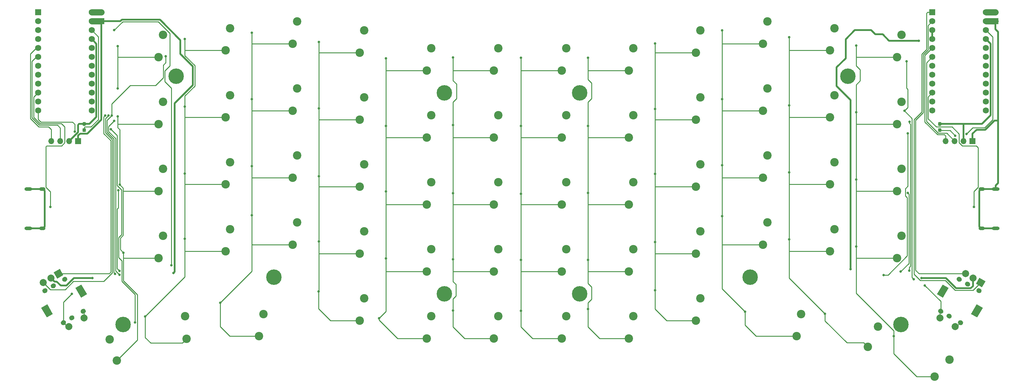
<source format=gbr>
G04 #@! TF.GenerationSoftware,KiCad,Pcbnew,(5.1.6)-1*
G04 #@! TF.CreationDate,2020-09-29T01:23:43+08:00*
G04 #@! TF.ProjectId,Cantaloupe,43616e74-616c-46f7-9570-652e6b696361,rev?*
G04 #@! TF.SameCoordinates,Original*
G04 #@! TF.FileFunction,Copper,L1,Top*
G04 #@! TF.FilePolarity,Positive*
%FSLAX46Y46*%
G04 Gerber Fmt 4.6, Leading zero omitted, Abs format (unit mm)*
G04 Created by KiCad (PCBNEW (5.1.6)-1) date 2020-09-29 01:23:43*
%MOMM*%
%LPD*%
G01*
G04 APERTURE LIST*
G04 #@! TA.AperFunction,ComponentPad*
%ADD10O,1.800000X1.000000*%
G04 #@! TD*
G04 #@! TA.AperFunction,ComponentPad*
%ADD11O,2.200000X1.000000*%
G04 #@! TD*
G04 #@! TA.AperFunction,ComponentPad*
%ADD12R,1.752600X1.752600*%
G04 #@! TD*
G04 #@! TA.AperFunction,ComponentPad*
%ADD13C,1.752600*%
G04 #@! TD*
G04 #@! TA.AperFunction,ComponentPad*
%ADD14C,2.400000*%
G04 #@! TD*
G04 #@! TA.AperFunction,ComponentPad*
%ADD15O,1.700000X1.700000*%
G04 #@! TD*
G04 #@! TA.AperFunction,ComponentPad*
%ADD16R,1.700000X1.700000*%
G04 #@! TD*
G04 #@! TA.AperFunction,ComponentPad*
%ADD17C,0.100000*%
G04 #@! TD*
G04 #@! TA.AperFunction,ComponentPad*
%ADD18C,2.000000*%
G04 #@! TD*
G04 #@! TA.AperFunction,ComponentPad*
%ADD19C,4.400000*%
G04 #@! TD*
G04 #@! TA.AperFunction,ViaPad*
%ADD20C,0.700000*%
G04 #@! TD*
G04 #@! TA.AperFunction,Conductor*
%ADD21C,0.250000*%
G04 #@! TD*
G04 #@! TA.AperFunction,Conductor*
%ADD22C,0.500000*%
G04 #@! TD*
G04 #@! TA.AperFunction,Conductor*
%ADD23C,1.752600*%
G04 #@! TD*
G04 APERTURE END LIST*
D10*
X75152598Y-108058701D03*
X75152598Y-119208701D03*
D11*
X71152598Y-108058701D03*
X71152598Y-119208701D03*
D10*
X342002598Y-119223451D03*
X342002598Y-108073451D03*
D11*
X346002598Y-119223451D03*
X346002598Y-108073451D03*
D12*
X73931395Y-57813703D03*
D13*
X73931395Y-60353703D03*
X73931395Y-62893703D03*
X73931395Y-65433703D03*
X73931395Y-67973703D03*
X73931395Y-70513703D03*
X73931395Y-73053703D03*
X73931395Y-75593703D03*
X73931395Y-78133703D03*
X73931395Y-80673703D03*
X73931395Y-83213703D03*
X89171395Y-85753703D03*
X89171395Y-83213703D03*
X89171395Y-80673703D03*
X89171395Y-78133703D03*
X89171395Y-75593703D03*
X89171395Y-73053703D03*
X89171395Y-70513703D03*
X89171395Y-67973703D03*
X89171395Y-65433703D03*
X89171395Y-62893703D03*
X89171395Y-60353703D03*
X73931395Y-85753703D03*
X89171395Y-57813703D03*
D12*
X327982598Y-57813701D03*
D13*
X327982598Y-60353701D03*
X327982598Y-62893701D03*
X327982598Y-65433701D03*
X327982598Y-67973701D03*
X327982598Y-70513701D03*
X327982598Y-73053701D03*
X327982598Y-75593701D03*
X327982598Y-78133701D03*
X327982598Y-80673701D03*
X327982598Y-83213701D03*
X343222598Y-85753701D03*
X343222598Y-83213701D03*
X343222598Y-80673701D03*
X343222598Y-78133701D03*
X343222598Y-75593701D03*
X343222598Y-73053701D03*
X343222598Y-70513701D03*
X343222598Y-67973701D03*
X343222598Y-65433701D03*
X343222598Y-62893701D03*
X343222598Y-60353701D03*
X327982598Y-85753701D03*
X343222598Y-57813701D03*
D14*
X94259954Y-150800450D03*
X96327422Y-156881410D03*
X115711391Y-144249628D03*
X116134543Y-150658485D03*
X109407395Y-121386203D03*
X108157395Y-127686203D03*
X109407396Y-102336202D03*
X108157396Y-108636202D03*
X109407398Y-83286203D03*
X108157398Y-89586203D03*
X109407389Y-64236200D03*
X108157389Y-70536200D03*
X137982393Y-143611204D03*
X136732393Y-149911204D03*
X128457393Y-119481203D03*
X127207393Y-125781203D03*
X128457396Y-100431205D03*
X127207396Y-106731205D03*
X128457396Y-81381205D03*
X127207396Y-87681205D03*
X128457395Y-62331207D03*
X127207395Y-68631207D03*
X147507398Y-117576204D03*
X146257398Y-123876204D03*
X147507395Y-98526203D03*
X146257395Y-104826203D03*
X147507398Y-79476206D03*
X146257398Y-85776206D03*
X147507393Y-60426202D03*
X146257393Y-66726202D03*
X166557396Y-139166200D03*
X165307396Y-145466200D03*
X166557397Y-120116203D03*
X165307397Y-126416203D03*
X166557393Y-101066203D03*
X165307393Y-107366203D03*
X166557396Y-82016204D03*
X165307396Y-88316204D03*
X166557395Y-62966203D03*
X165307395Y-69266203D03*
X185607396Y-144246201D03*
X184357396Y-150546201D03*
X185607396Y-125196202D03*
X184357396Y-131496202D03*
X185607396Y-106146203D03*
X184357396Y-112446203D03*
X185607393Y-87096204D03*
X184357393Y-93396204D03*
X185607395Y-68046202D03*
X184357395Y-74346202D03*
X204657399Y-144246203D03*
X203407399Y-150546203D03*
X204657396Y-125196202D03*
X203407396Y-131496202D03*
X204657401Y-106146201D03*
X203407401Y-112446201D03*
X204657392Y-87096201D03*
X203407392Y-93396201D03*
X204657394Y-68046207D03*
X203407394Y-74346207D03*
G04 #@! TA.AperFunction,ComponentPad*
G36*
G01*
X76314829Y-137518577D02*
X76141623Y-137618577D01*
G75*
G02*
X75219556Y-137371510I-337500J584567D01*
G01*
X75219556Y-137371510D01*
G75*
G02*
X75466623Y-136449443I584567J337500D01*
G01*
X75639829Y-136349443D01*
G75*
G02*
X76561896Y-136596510I337500J-584567D01*
G01*
X76561896Y-136596510D01*
G75*
G02*
X76314829Y-137518577I-584567J-337500D01*
G01*
G37*
G04 #@! TD.AperFunction*
G04 #@! TA.AperFunction,ComponentPad*
G36*
G01*
X81564829Y-146611843D02*
X81391623Y-146711843D01*
G75*
G02*
X80469556Y-146464776I-337500J584567D01*
G01*
X80469556Y-146464776D01*
G75*
G02*
X80716623Y-145542709I584567J337500D01*
G01*
X80889829Y-145442709D01*
G75*
G02*
X81811896Y-145689776I337500J-584567D01*
G01*
X81811896Y-145689776D01*
G75*
G02*
X81564829Y-146611843I-584567J-337500D01*
G01*
G37*
G04 #@! TD.AperFunction*
G04 #@! TA.AperFunction,ComponentPad*
G36*
G01*
X83946399Y-145236843D02*
X83773193Y-145336843D01*
G75*
G02*
X82851126Y-145089776I-337500J584567D01*
G01*
X82851126Y-145089776D01*
G75*
G02*
X83098193Y-144167709I584567J337500D01*
G01*
X83271399Y-144067709D01*
G75*
G02*
X84193466Y-144314776I337500J-584567D01*
G01*
X84193466Y-144314776D01*
G75*
G02*
X83946399Y-145236843I-584567J-337500D01*
G01*
G37*
G04 #@! TD.AperFunction*
G04 #@! TA.AperFunction,ComponentPad*
G36*
G01*
X78696399Y-136143577D02*
X78523193Y-136243577D01*
G75*
G02*
X77601126Y-135996510I-337500J584567D01*
G01*
X77601126Y-135996510D01*
G75*
G02*
X77848193Y-135074443I584567J337500D01*
G01*
X78021399Y-134974443D01*
G75*
G02*
X78943466Y-135221510I337500J-584567D01*
G01*
X78943466Y-135221510D01*
G75*
G02*
X78696399Y-136143577I-584567J-337500D01*
G01*
G37*
G04 #@! TD.AperFunction*
G04 #@! TA.AperFunction,ComponentPad*
G36*
G01*
X87185334Y-143366843D02*
X87012128Y-143466843D01*
G75*
G02*
X86090061Y-143219776I-337500J584567D01*
G01*
X86090061Y-143219776D01*
G75*
G02*
X86337128Y-142297709I584567J337500D01*
G01*
X86510334Y-142197709D01*
G75*
G02*
X87432401Y-142444776I337500J-584567D01*
G01*
X87432401Y-142444776D01*
G75*
G02*
X87185334Y-143366843I-584567J-337500D01*
G01*
G37*
G04 #@! TD.AperFunction*
G04 #@! TA.AperFunction,ComponentPad*
G36*
G01*
X81935334Y-134273577D02*
X81762128Y-134373577D01*
G75*
G02*
X80840061Y-134126510I-337500J584567D01*
G01*
X80840061Y-134126510D01*
G75*
G02*
X81087128Y-133204443I584567J337500D01*
G01*
X81260334Y-133104443D01*
G75*
G02*
X82182401Y-133351510I337500J-584567D01*
G01*
X82182401Y-133351510D01*
G75*
G02*
X81935334Y-134273577I-584567J-337500D01*
G01*
G37*
G04 #@! TD.AperFunction*
G04 #@! TA.AperFunction,ComponentPad*
G36*
G01*
X335383200Y-134368575D02*
X335209994Y-134268575D01*
G75*
G02*
X334962927Y-133346508I337500J584567D01*
G01*
X334962927Y-133346508D01*
G75*
G02*
X335884994Y-133099441I584567J-337500D01*
G01*
X336058200Y-133199441D01*
G75*
G02*
X336305267Y-134121508I-337500J-584567D01*
G01*
X336305267Y-134121508D01*
G75*
G02*
X335383200Y-134368575I-584567J337500D01*
G01*
G37*
G04 #@! TD.AperFunction*
G04 #@! TA.AperFunction,ComponentPad*
G36*
G01*
X330133200Y-143461841D02*
X329959994Y-143361841D01*
G75*
G02*
X329712927Y-142439774I337500J584567D01*
G01*
X329712927Y-142439774D01*
G75*
G02*
X330634994Y-142192707I584567J-337500D01*
G01*
X330808200Y-142292707D01*
G75*
G02*
X331055267Y-143214774I-337500J-584567D01*
G01*
X331055267Y-143214774D01*
G75*
G02*
X330133200Y-143461841I-584567J337500D01*
G01*
G37*
G04 #@! TD.AperFunction*
G04 #@! TA.AperFunction,ComponentPad*
G36*
G01*
X332514770Y-144836841D02*
X332341564Y-144736841D01*
G75*
G02*
X332094497Y-143814774I337500J584567D01*
G01*
X332094497Y-143814774D01*
G75*
G02*
X333016564Y-143567707I584567J-337500D01*
G01*
X333189770Y-143667707D01*
G75*
G02*
X333436837Y-144589774I-337500J-584567D01*
G01*
X333436837Y-144589774D01*
G75*
G02*
X332514770Y-144836841I-584567J337500D01*
G01*
G37*
G04 #@! TD.AperFunction*
G04 #@! TA.AperFunction,ComponentPad*
G36*
G01*
X337764770Y-135743575D02*
X337591564Y-135643575D01*
G75*
G02*
X337344497Y-134721508I337500J584567D01*
G01*
X337344497Y-134721508D01*
G75*
G02*
X338266564Y-134474441I584567J-337500D01*
G01*
X338439770Y-134574441D01*
G75*
G02*
X338686837Y-135496508I-337500J-584567D01*
G01*
X338686837Y-135496508D01*
G75*
G02*
X337764770Y-135743575I-584567J337500D01*
G01*
G37*
G04 #@! TD.AperFunction*
G04 #@! TA.AperFunction,ComponentPad*
G36*
G01*
X335753705Y-146706841D02*
X335580499Y-146606841D01*
G75*
G02*
X335333432Y-145684774I337500J584567D01*
G01*
X335333432Y-145684774D01*
G75*
G02*
X336255499Y-145437707I584567J-337500D01*
G01*
X336428705Y-145537707D01*
G75*
G02*
X336675772Y-146459774I-337500J-584567D01*
G01*
X336675772Y-146459774D01*
G75*
G02*
X335753705Y-146706841I-584567J337500D01*
G01*
G37*
G04 #@! TD.AperFunction*
G04 #@! TA.AperFunction,ComponentPad*
G36*
G01*
X341003705Y-137613575D02*
X340830499Y-137513575D01*
G75*
G02*
X340583432Y-136591508I337500J584567D01*
G01*
X340583432Y-136591508D01*
G75*
G02*
X341505499Y-136344441I584567J-337500D01*
G01*
X341678705Y-136444441D01*
G75*
G02*
X341925772Y-137366508I-337500J-584567D01*
G01*
X341925772Y-137366508D01*
G75*
G02*
X341003705Y-137613575I-584567J337500D01*
G01*
G37*
G04 #@! TD.AperFunction*
X332853326Y-156550450D03*
X328620794Y-161381410D03*
X312550749Y-147226051D03*
X309712782Y-152987860D03*
X319246595Y-121386203D03*
X317996595Y-127686203D03*
X319246592Y-102336204D03*
X317996592Y-108636204D03*
X319246593Y-83286204D03*
X317996593Y-89586204D03*
X319246597Y-64236202D03*
X317996597Y-70536202D03*
X290671595Y-143611203D03*
X289421595Y-149911203D03*
X300196597Y-119481208D03*
X298946597Y-125781208D03*
X300196596Y-100431202D03*
X298946596Y-106731202D03*
X300196597Y-81381205D03*
X298946597Y-87681205D03*
X300196596Y-62331205D03*
X298946596Y-68631205D03*
X281146595Y-117576201D03*
X279896595Y-123876201D03*
X281146595Y-98526205D03*
X279896595Y-104826205D03*
X281146595Y-79476204D03*
X279896595Y-85776204D03*
X281146597Y-60426202D03*
X279896597Y-66726202D03*
X262096594Y-139166203D03*
X260846594Y-145466203D03*
X262096594Y-120116200D03*
X260846594Y-126416200D03*
X262096591Y-101066206D03*
X260846591Y-107366206D03*
X262096594Y-82016201D03*
X260846594Y-88316201D03*
X262096595Y-62966206D03*
X260846595Y-69266206D03*
X243046594Y-144246201D03*
X241796594Y-150546201D03*
X243046595Y-125196201D03*
X241796595Y-131496201D03*
X243046593Y-106146202D03*
X241796593Y-112446202D03*
X243046595Y-87096205D03*
X241796595Y-93396205D03*
X243046592Y-68046200D03*
X241796592Y-74346200D03*
X223996593Y-144246205D03*
X222746593Y-150546205D03*
X223996594Y-125196203D03*
X222746594Y-131496203D03*
X223996591Y-106146201D03*
X222746591Y-112446201D03*
X223996600Y-87096200D03*
X222746600Y-93396200D03*
X223996597Y-68046205D03*
X222746597Y-74346205D03*
D15*
X77722395Y-94400000D03*
X80262395Y-94400000D03*
X82802395Y-94400000D03*
D16*
X85342395Y-94400000D03*
D15*
X91882395Y-57811203D03*
D16*
X91882395Y-60351203D03*
D15*
X331786395Y-94400000D03*
X334326395Y-94400000D03*
X336866395Y-94400000D03*
D16*
X339406395Y-94400000D03*
D15*
X345952598Y-57811203D03*
D16*
X345952598Y-60351203D03*
G04 #@! TA.AperFunction,ComponentPad*
D17*
G36*
X330907913Y-135220000D02*
G01*
X332639963Y-136220000D01*
X331039963Y-138991282D01*
X329307913Y-137991282D01*
X330907913Y-135220000D01*
G37*
G04 #@! TD.AperFunction*
G04 #@! TA.AperFunction,ComponentPad*
G36*
X340607397Y-140820000D02*
G01*
X342339447Y-141820000D01*
X340739447Y-144591282D01*
X339007397Y-143591282D01*
X340607397Y-140820000D01*
G37*
G04 #@! TD.AperFunction*
D18*
X330158616Y-144717819D03*
X337408616Y-132160450D03*
X339573680Y-133410450D03*
G04 #@! TA.AperFunction,ComponentPad*
D17*
G36*
X341372719Y-133294425D02*
G01*
X343104769Y-134294425D01*
X342104769Y-136026475D01*
X340372719Y-135026475D01*
X341372719Y-133294425D01*
G37*
G04 #@! TD.AperFunction*
D18*
X334488744Y-147217819D03*
G04 #@! TA.AperFunction,ComponentPad*
D17*
G36*
X74814542Y-141820002D02*
G01*
X76546592Y-140820002D01*
X78146592Y-143591284D01*
X76414542Y-144591284D01*
X74814542Y-141820002D01*
G37*
G04 #@! TD.AperFunction*
G04 #@! TA.AperFunction,ComponentPad*
G36*
X84514026Y-136220002D02*
G01*
X86246076Y-135220002D01*
X87846076Y-137991284D01*
X86114026Y-138991284D01*
X84514026Y-136220002D01*
G37*
G04 #@! TD.AperFunction*
D18*
X82665245Y-147217821D03*
X75415245Y-134660452D03*
X77580309Y-133410452D03*
G04 #@! TA.AperFunction,ComponentPad*
D17*
G36*
X78379348Y-131794427D02*
G01*
X80111398Y-130794427D01*
X81111398Y-132526477D01*
X79379348Y-133526477D01*
X78379348Y-131794427D01*
G37*
G04 #@! TD.AperFunction*
D18*
X86995373Y-144717821D03*
G04 #@! TA.AperFunction,SMDPad,CuDef*
G36*
G01*
X86813895Y-90783703D02*
X87288895Y-90783703D01*
G75*
G02*
X87526395Y-91021203I0J-237500D01*
G01*
X87526395Y-91596203D01*
G75*
G02*
X87288895Y-91833703I-237500J0D01*
G01*
X86813895Y-91833703D01*
G75*
G02*
X86576395Y-91596203I0J237500D01*
G01*
X86576395Y-91021203D01*
G75*
G02*
X86813895Y-90783703I237500J0D01*
G01*
G37*
G04 #@! TD.AperFunction*
G04 #@! TA.AperFunction,SMDPad,CuDef*
G36*
G01*
X86813895Y-89033703D02*
X87288895Y-89033703D01*
G75*
G02*
X87526395Y-89271203I0J-237500D01*
G01*
X87526395Y-89846203D01*
G75*
G02*
X87288895Y-90083703I-237500J0D01*
G01*
X86813895Y-90083703D01*
G75*
G02*
X86576395Y-89846203I0J237500D01*
G01*
X86576395Y-89271203D01*
G75*
G02*
X86813895Y-89033703I237500J0D01*
G01*
G37*
G04 #@! TD.AperFunction*
D19*
X113182400Y-75958700D03*
X189382400Y-137871200D03*
X319052858Y-146602450D03*
X189382400Y-80721200D03*
X303971600Y-75958700D03*
X227797008Y-137871200D03*
X276190358Y-133108700D03*
X227771600Y-80721200D03*
X140963650Y-133108700D03*
G04 #@! TA.AperFunction,SMDPad,CuDef*
G36*
G01*
X329865098Y-90783701D02*
X330340098Y-90783701D01*
G75*
G02*
X330577598Y-91021201I0J-237500D01*
G01*
X330577598Y-91596201D01*
G75*
G02*
X330340098Y-91833701I-237500J0D01*
G01*
X329865098Y-91833701D01*
G75*
G02*
X329627598Y-91596201I0J237500D01*
G01*
X329627598Y-91021201D01*
G75*
G02*
X329865098Y-90783701I237500J0D01*
G01*
G37*
G04 #@! TD.AperFunction*
G04 #@! TA.AperFunction,SMDPad,CuDef*
G36*
G01*
X329865098Y-89033701D02*
X330340098Y-89033701D01*
G75*
G02*
X330577598Y-89271201I0J-237500D01*
G01*
X330577598Y-89846201D01*
G75*
G02*
X330340098Y-90083701I-237500J0D01*
G01*
X329865098Y-90083701D01*
G75*
G02*
X329627598Y-89846201I0J237500D01*
G01*
X329627598Y-89271201D01*
G75*
G02*
X329865098Y-89033701I237500J0D01*
G01*
G37*
G04 #@! TD.AperFunction*
X98101150Y-146602450D03*
D20*
X320056581Y-85821205D03*
X322726395Y-133698249D03*
X320640347Y-71709701D03*
X321544568Y-88923451D03*
X321426395Y-131311203D03*
X320996395Y-109150000D03*
X319021595Y-131552327D03*
X321003403Y-92216701D03*
X314176395Y-132511203D03*
X306384594Y-67297305D03*
X306384594Y-86220305D03*
X306384594Y-105397305D03*
X306384594Y-124447305D03*
X317052595Y-149936205D03*
X268284594Y-62979305D03*
X268284594Y-115811305D03*
X268284594Y-101333305D03*
X268284594Y-82537305D03*
X274761595Y-142951205D03*
X287334594Y-103365305D03*
X287334594Y-122415305D03*
X287334594Y-64884305D03*
X287334594Y-84315305D03*
X297494595Y-143586205D03*
X211134594Y-142735305D03*
X211134594Y-90157305D03*
X211134594Y-70726305D03*
X211134594Y-128257305D03*
X211134594Y-109461305D03*
X230184594Y-142227305D03*
X230184594Y-90157305D03*
X230184594Y-70726305D03*
X230184594Y-109207305D03*
X230184594Y-128257305D03*
X249234594Y-103746305D03*
X249234594Y-123177305D03*
X249234594Y-85331305D03*
X249234594Y-66662305D03*
X249234594Y-136893305D03*
X325851597Y-135498451D03*
X110210597Y-70307205D03*
X95824592Y-132169006D03*
X94882395Y-87161203D03*
X97071385Y-132461203D03*
X95582395Y-88711203D03*
X96748592Y-108407200D03*
X97071385Y-131348451D03*
X94646369Y-91097229D03*
X101507597Y-145998451D03*
X339826597Y-113148451D03*
X77426597Y-113148451D03*
X334512400Y-92918447D03*
X337726228Y-92372275D03*
X111782597Y-129748451D03*
X95562345Y-62893703D03*
X191858895Y-89865203D03*
X191858895Y-128028703D03*
X191858895Y-109232703D03*
X191858895Y-142633703D03*
X191858895Y-70624703D03*
X172808895Y-90119203D03*
X172808895Y-108724703D03*
X170840394Y-144856207D03*
X172808895Y-70878703D03*
X172808895Y-127774703D03*
X153758895Y-85166203D03*
X153631895Y-137236203D03*
X153758895Y-104406703D03*
X153758895Y-122948703D03*
X153758895Y-66243203D03*
X134708895Y-63639703D03*
X134708895Y-82499203D03*
X134708895Y-101549203D03*
X134708895Y-115519203D03*
X125704595Y-140411205D03*
X115658895Y-65417703D03*
X115658895Y-122186703D03*
X115658895Y-84594703D03*
X115658895Y-103708203D03*
X104368595Y-144348205D03*
X98196395Y-126187203D03*
X96572389Y-67435403D03*
X96572398Y-87403006D03*
X97138897Y-106843907D03*
X96572398Y-79438252D03*
X83507597Y-137848451D03*
X84378262Y-91692761D03*
X93935377Y-87153626D03*
X93011269Y-87123139D03*
X324876597Y-133373451D03*
X304724000Y-130817013D03*
X324144015Y-65886203D03*
X89407597Y-133373451D03*
X112430000Y-131923013D03*
D21*
X320981581Y-79719889D02*
X320981581Y-84896205D01*
X320981581Y-84896205D02*
X320056581Y-85821205D01*
X320640347Y-79378655D02*
X320981581Y-79719889D01*
X320640347Y-71709701D02*
X320640347Y-79378655D01*
X322726395Y-133698249D02*
X322219568Y-133191422D01*
X322219568Y-87984192D02*
X320056581Y-85821205D01*
X322219568Y-133191422D02*
X322219568Y-87984192D01*
X321769558Y-90191412D02*
X321769558Y-130018040D01*
X321426395Y-131311203D02*
X321426395Y-130361203D01*
X321426395Y-130361203D02*
X321769558Y-130018040D01*
X321769558Y-90191412D02*
X321769558Y-89641412D01*
X321544568Y-89416422D02*
X321544568Y-88923451D01*
X321769558Y-89641412D02*
X321544568Y-89416422D01*
X321319548Y-129254374D02*
X319021595Y-131552327D01*
X320996395Y-109150000D02*
X321319548Y-109473153D01*
X321319548Y-109473153D02*
X321319548Y-129254374D01*
X321003403Y-107267395D02*
X321003403Y-92216701D01*
X320321394Y-107949405D02*
X321003403Y-107267395D01*
X314176395Y-132511203D02*
X315428597Y-132511203D01*
X320869538Y-127070262D02*
X320869538Y-110529557D01*
X315428597Y-132511203D02*
X320869538Y-127070262D01*
X320869538Y-110529557D02*
X320321394Y-109981413D01*
X320321394Y-109981413D02*
X320321394Y-107949405D01*
X306384594Y-72999594D02*
X307502200Y-74117200D01*
X307502200Y-74117200D02*
X307502200Y-77292188D01*
X307502200Y-77292188D02*
X306384594Y-78409794D01*
X306384594Y-78409794D02*
X306384594Y-86220305D01*
X306384594Y-105397305D02*
X306384594Y-89551705D01*
X306409592Y-108636204D02*
X306384594Y-108661202D01*
X317996592Y-108636204D02*
X306409592Y-108636204D01*
X306384594Y-124447305D02*
X306384594Y-108661202D01*
X306384594Y-108661202D02*
X306384594Y-105397305D01*
X317996597Y-70536202D02*
X318220600Y-70536202D01*
X306486594Y-70536202D02*
X306384594Y-70434202D01*
X317996597Y-70536202D02*
X306486594Y-70536202D01*
X306384594Y-67297305D02*
X306384594Y-70434202D01*
X306384594Y-70434202D02*
X306384594Y-72999594D01*
X317052595Y-148339189D02*
X306384594Y-137671188D01*
X317052595Y-149936205D02*
X317052595Y-148339189D01*
X306419093Y-89586204D02*
X306384594Y-89551705D01*
X317996593Y-89586204D02*
X306419093Y-89586204D01*
X306384594Y-89551705D02*
X306384594Y-86220305D01*
X306389996Y-127686203D02*
X306384594Y-127680801D01*
X317996595Y-127686203D02*
X306389996Y-127686203D01*
X306384594Y-124447305D02*
X306384594Y-127680801D01*
X306384594Y-127680801D02*
X306384594Y-137671188D01*
X317052595Y-154895461D02*
X317052595Y-149936205D01*
X323538544Y-161381410D02*
X317052595Y-154895461D01*
X328620794Y-161381410D02*
X323538544Y-161381410D01*
X268284594Y-82537305D02*
X268284594Y-66624208D01*
X268284594Y-101333305D02*
X268284594Y-85815697D01*
X268284594Y-115811305D02*
X268284594Y-104851202D01*
X268309591Y-104826205D02*
X268284594Y-104851202D01*
X279896595Y-104826205D02*
X268309591Y-104826205D01*
X268284594Y-104851202D02*
X268284594Y-101333305D01*
X268386588Y-66726202D02*
X268284594Y-66624208D01*
X279896597Y-66726202D02*
X268386588Y-66726202D01*
X268284594Y-66624208D02*
X268284594Y-62979305D01*
X268309595Y-123876201D02*
X268284594Y-123901202D01*
X268284594Y-115811305D02*
X268284594Y-123901202D01*
X279896595Y-123876201D02*
X268309595Y-123876201D01*
X268324087Y-85776204D02*
X268284594Y-85815697D01*
X279896595Y-85776204D02*
X268324087Y-85776204D01*
X268284594Y-85815697D02*
X268284594Y-82537305D01*
X268284594Y-123901202D02*
X268284594Y-136474204D01*
X268284594Y-136474204D02*
X274761595Y-142951205D01*
X289421595Y-149911203D02*
X277889349Y-149911203D01*
X274761595Y-146783449D02*
X274761595Y-142951205D01*
X277889349Y-149911203D02*
X274761595Y-146783449D01*
X287334594Y-133426204D02*
X297494595Y-143586205D01*
X287334594Y-68529208D02*
X287334594Y-64884305D01*
X287334594Y-103365305D02*
X287334594Y-87615697D01*
X287334594Y-122415305D02*
X287334594Y-106756208D01*
X287359600Y-106731202D02*
X287334594Y-106756208D01*
X298946596Y-106731202D02*
X287359600Y-106731202D01*
X287334594Y-106756208D02*
X287334594Y-103365305D01*
X287436591Y-68631205D02*
X287334594Y-68529208D01*
X298946596Y-68631205D02*
X287436591Y-68631205D01*
X287334594Y-64884305D02*
X287334594Y-84315305D01*
X298946597Y-125781208D02*
X287436600Y-125781208D01*
X287334594Y-122415305D02*
X287334594Y-125679202D01*
X287436600Y-125781208D02*
X287334594Y-125679202D01*
X287334594Y-125679202D02*
X287334594Y-133426204D01*
X297494595Y-145572811D02*
X297494595Y-143586205D01*
X308512783Y-151787861D02*
X303709645Y-151787861D01*
X303709645Y-151787861D02*
X297494595Y-145572811D01*
X309712782Y-152987860D02*
X308512783Y-151787861D01*
X298946597Y-87681205D02*
X287400102Y-87681205D01*
X287400102Y-87681205D02*
X287334594Y-87615697D01*
X287334594Y-87615697D02*
X287334594Y-84315305D01*
X331786395Y-92990000D02*
X331786395Y-94400000D01*
X331405116Y-92608721D02*
X331786395Y-92990000D01*
X327982598Y-67973701D02*
X325881277Y-70075022D01*
X325881278Y-89044301D02*
X329445698Y-92608721D01*
X325881277Y-70075022D02*
X325881278Y-89044301D01*
X329445698Y-92608721D02*
X331405116Y-92608721D01*
X329632098Y-92158711D02*
X330573098Y-92158711D01*
X332085106Y-92158711D02*
X334326395Y-94400000D01*
X329632098Y-92158711D02*
X332085106Y-92158711D01*
X326331287Y-72165012D02*
X327982598Y-70513701D01*
X326331287Y-88857900D02*
X329632098Y-92158711D01*
X326331287Y-87184892D02*
X326331287Y-88857900D01*
X326331287Y-87184892D02*
X326331287Y-72165012D01*
X211159595Y-112446201D02*
X211134594Y-112471202D01*
X222746591Y-112446201D02*
X211159595Y-112446201D01*
X211134594Y-128257305D02*
X211134594Y-112471202D01*
X211134594Y-112471202D02*
X211134594Y-109461305D01*
X211286593Y-131496203D02*
X211134594Y-131648202D01*
X222746594Y-131496203D02*
X211286593Y-131496203D01*
X211134594Y-142735305D02*
X211134594Y-131648202D01*
X211134594Y-131648202D02*
X211134594Y-128257305D01*
X211134594Y-147251208D02*
X211134594Y-142735305D01*
X214429591Y-150546205D02*
X211134594Y-147251208D01*
X222746593Y-150546205D02*
X214429591Y-150546205D01*
X211159596Y-93396200D02*
X211134594Y-93421202D01*
X211134594Y-109461305D02*
X211134594Y-93421202D01*
X222746600Y-93396200D02*
X211159596Y-93396200D01*
X211134594Y-93421202D02*
X211134594Y-90157305D01*
X222746597Y-74346205D02*
X211286591Y-74346205D01*
X211134594Y-90157305D02*
X211134594Y-74498202D01*
X211286591Y-74346205D02*
X211134594Y-74498202D01*
X211134594Y-74498202D02*
X211134594Y-70726305D01*
X231200594Y-77927207D02*
X231200594Y-82372207D01*
X230184594Y-83388207D02*
X230184594Y-90157305D01*
X231198054Y-139385047D02*
X230184594Y-140398507D01*
X231200594Y-82372207D02*
X230184594Y-83388207D01*
X230184594Y-140398507D02*
X230184594Y-142227305D01*
X230184594Y-134942587D02*
X231198054Y-135956047D01*
X230184594Y-76911207D02*
X231200594Y-77927207D01*
X231198054Y-135956047D02*
X231198054Y-139385047D01*
X230184594Y-74371208D02*
X230184594Y-76911207D01*
X230184594Y-109207305D02*
X230184594Y-93401705D01*
X230184594Y-112471208D02*
X230184594Y-128257305D01*
X230209600Y-112446202D02*
X230184594Y-112471208D01*
X241796593Y-112446202D02*
X230209600Y-112446202D01*
X230184594Y-109207305D02*
X230184594Y-112471208D01*
X241796592Y-74346200D02*
X230209602Y-74346200D01*
X230184594Y-70726305D02*
X230184594Y-74371208D01*
X230209602Y-74346200D02*
X230184594Y-74371208D01*
X241796595Y-131496201D02*
X230209601Y-131496201D01*
X230209601Y-131496201D02*
X230184594Y-131521208D01*
X230184594Y-128257305D02*
X230184594Y-131521208D01*
X230184594Y-131521208D02*
X230184594Y-134942587D01*
X230184594Y-147251203D02*
X230184594Y-142227305D01*
X233479592Y-150546201D02*
X230184594Y-147251203D01*
X241796594Y-150546201D02*
X233479592Y-150546201D01*
X230190094Y-93396205D02*
X230184594Y-93401705D01*
X241796595Y-93396205D02*
X230190094Y-93396205D01*
X230184594Y-93401705D02*
X230184594Y-90157305D01*
X249234594Y-85331305D02*
X249234594Y-69291208D01*
X249234594Y-103746305D02*
X249234594Y-88315697D01*
X249234594Y-123177305D02*
X249234594Y-107264208D01*
X249336592Y-107366206D02*
X249234594Y-107264208D01*
X260846591Y-107366206D02*
X249336592Y-107366206D01*
X249234594Y-107264208D02*
X249234594Y-103746305D01*
X249259596Y-69266206D02*
X249234594Y-69291208D01*
X260846595Y-69266206D02*
X249259596Y-69266206D01*
X249234594Y-69291208D02*
X249234594Y-66662305D01*
X249259602Y-126416200D02*
X249234594Y-126441208D01*
X260846594Y-126416200D02*
X249259602Y-126416200D01*
X249234594Y-136893305D02*
X249234594Y-126441208D01*
X249234594Y-126441208D02*
X249234594Y-123177305D01*
X249234594Y-142171205D02*
X249234594Y-136893305D01*
X252529592Y-145466203D02*
X249234594Y-142171205D01*
X260846594Y-145466203D02*
X252529592Y-145466203D01*
X249235098Y-88316201D02*
X249234594Y-88315697D01*
X260846594Y-88316201D02*
X249235098Y-88316201D01*
X249234594Y-88315697D02*
X249234594Y-85331305D01*
X330158616Y-143052755D02*
X330384097Y-142827274D01*
X330158616Y-144717819D02*
X330158616Y-143052755D01*
X330384097Y-142827274D02*
X330384097Y-140030951D01*
X330384097Y-140030951D02*
X325851597Y-135498451D01*
X323246587Y-131210145D02*
X324196892Y-132160450D01*
X323246587Y-88502634D02*
X323246587Y-131210145D01*
X327982598Y-60353701D02*
X326781297Y-61555002D01*
X325431269Y-69888620D02*
X325431269Y-86317952D01*
X324196892Y-132160450D02*
X337408616Y-132160450D01*
X326781297Y-61555002D02*
X326781297Y-68538592D01*
X326781297Y-68538592D02*
X325431269Y-69888620D01*
X325431269Y-86317952D02*
X323246587Y-88502634D01*
X326647146Y-57813701D02*
X327982598Y-57813701D01*
X334502829Y-136859028D02*
X331692253Y-134048452D01*
X331692253Y-134048452D02*
X324552596Y-134048452D01*
X339540166Y-136859028D02*
X334502829Y-136859028D01*
X324552596Y-134048452D02*
X322796577Y-132292433D01*
X341738744Y-134660450D02*
X339540166Y-136859028D01*
X322796577Y-132292433D02*
X322796578Y-88316233D01*
X322796578Y-88316233D02*
X324981259Y-86131552D01*
X324981260Y-69702219D02*
X326331287Y-68352192D01*
X324981259Y-86131552D02*
X324981260Y-69702219D01*
X326331287Y-68352192D02*
X326331287Y-58129560D01*
X326331287Y-58129560D02*
X326647146Y-57813701D01*
X110210597Y-70307205D02*
X110210597Y-72083001D01*
X95496581Y-131840995D02*
X95824592Y-132169006D01*
X95496579Y-97325387D02*
X95496581Y-97325389D01*
X95496579Y-93888979D02*
X95496579Y-97325387D01*
X95496581Y-97325389D02*
X95496581Y-131840995D01*
X93521358Y-91913758D02*
X95496579Y-93888979D01*
X93521358Y-88522240D02*
X94882395Y-87161203D01*
X93521358Y-91913758D02*
X93521358Y-88522240D01*
X94882395Y-87161203D02*
X94882395Y-83848653D01*
X94882395Y-83848653D02*
X100107597Y-78623451D01*
X109482587Y-72811011D02*
X110210597Y-72083001D01*
X109482587Y-76448461D02*
X109482587Y-72811011D01*
X107307597Y-78623451D02*
X109482587Y-76448461D01*
X100107597Y-78623451D02*
X107307597Y-78623451D01*
X97071385Y-132461203D02*
X95952365Y-131342183D01*
X95952365Y-115181173D02*
X95952365Y-131342183D01*
X95946591Y-115175399D02*
X95952365Y-115181173D01*
X95946589Y-97138987D02*
X95946588Y-93702578D01*
X95946591Y-97138989D02*
X95946589Y-97138987D01*
X95946591Y-115175399D02*
X95946591Y-97138989D01*
X93971368Y-90322230D02*
X95582395Y-88711203D01*
X93971368Y-91727358D02*
X93971368Y-90322230D01*
X95946588Y-93702578D02*
X93971368Y-91727358D01*
X97071385Y-131348451D02*
X96402375Y-130679441D01*
X96748592Y-113397012D02*
X96748592Y-108407200D01*
X96402375Y-113743229D02*
X96748592Y-113397012D01*
X96402375Y-130679441D02*
X96402375Y-113743229D01*
X96396601Y-92847461D02*
X94646369Y-91097229D01*
X97682885Y-108342491D02*
X96396601Y-107056207D01*
X96396601Y-107056207D02*
X96396601Y-92847461D01*
X97682885Y-121047803D02*
X97682885Y-108342491D01*
X96852385Y-121878303D02*
X97682885Y-121047803D01*
X97746385Y-128475193D02*
X96852384Y-127581192D01*
X101507597Y-145998451D02*
X101507597Y-138082265D01*
X101507597Y-138082265D02*
X97746385Y-134321053D01*
X97746385Y-134321053D02*
X97746385Y-128475193D01*
X96852384Y-127581192D02*
X96852385Y-121878303D01*
X81511231Y-133739010D02*
X81957782Y-133739010D01*
X340527400Y-95798447D02*
X336525840Y-95798447D01*
X341001586Y-107565963D02*
X341001586Y-96272633D01*
X339826597Y-108740952D02*
X341001586Y-107565963D01*
X339826597Y-113148451D02*
X339826597Y-108740952D01*
X326781297Y-81875002D02*
X327982598Y-80673701D01*
X341001586Y-96272633D02*
X340527400Y-95798447D01*
X336525840Y-95798447D02*
X335601597Y-94874204D01*
X335601597Y-94874204D02*
X335601597Y-92405202D01*
X335601597Y-92405202D02*
X333605106Y-90408711D01*
X326781297Y-88057910D02*
X326781297Y-81875002D01*
X329132098Y-90408711D02*
X326781297Y-88057910D01*
X333605106Y-90408711D02*
X329132098Y-90408711D01*
X74499303Y-89447218D02*
X80591171Y-89447218D01*
X73931395Y-80673703D02*
X72730094Y-81875004D01*
X72730094Y-81875004D02*
X72730094Y-87678008D01*
X76152410Y-107565958D02*
X77426597Y-108840145D01*
X80591171Y-89447218D02*
X81532597Y-90388644D01*
X72730094Y-87678008D02*
X74499303Y-89447218D01*
X81532597Y-94868800D02*
X80627950Y-95773447D01*
X80627950Y-95773447D02*
X76377400Y-95773447D01*
X81532597Y-90388644D02*
X81532597Y-94868800D01*
X77426597Y-108840145D02*
X77426597Y-113148451D01*
X76377400Y-95773447D02*
X76152410Y-95998437D01*
X76152410Y-95998437D02*
X76152410Y-107565958D01*
X343222598Y-62893701D02*
X345123909Y-64795012D01*
X345123909Y-88339325D02*
X342829523Y-90633711D01*
X345123909Y-87369956D02*
X345123909Y-88339325D01*
X345123909Y-64795012D02*
X345123909Y-87369956D01*
X342829523Y-90633711D02*
X339464792Y-90633711D01*
X339464792Y-90633711D02*
X337726228Y-92372275D01*
X333002654Y-91408701D02*
X330102598Y-91408701D01*
X334512400Y-92918447D02*
X333002654Y-91408701D01*
X77722395Y-91148442D02*
X77722395Y-94400000D01*
X71757385Y-87978119D02*
X74126505Y-90347238D01*
X74126505Y-90347238D02*
X76921191Y-90347238D01*
X71757384Y-69647714D02*
X71757385Y-87978119D01*
X76921191Y-90347238D02*
X77722395Y-91148442D01*
X73431395Y-67973703D02*
X71757384Y-69647714D01*
X80262395Y-94400000D02*
X80262395Y-90717223D01*
X74312905Y-89897228D02*
X72207394Y-87791718D01*
X80262395Y-90717223D02*
X79442400Y-89897228D01*
X72207394Y-71737704D02*
X73431395Y-70513703D01*
X72207394Y-87791718D02*
X72207394Y-71737704D01*
X79442400Y-89897228D02*
X74312905Y-89897228D01*
X111782597Y-129748451D02*
X111782597Y-79398451D01*
X111782597Y-79398451D02*
X109932597Y-77548451D01*
X109932597Y-74423451D02*
X111357597Y-72998451D01*
X109932597Y-77548451D02*
X109932597Y-74423451D01*
X91072706Y-64795014D02*
X89171395Y-62893703D01*
X87051395Y-91308703D02*
X87051395Y-90553713D01*
X88990304Y-90408713D02*
X91072706Y-88326311D01*
X87051395Y-90553713D02*
X87196395Y-90408713D01*
X87196395Y-90408713D02*
X88990304Y-90408713D01*
X91072706Y-88326311D02*
X91072706Y-64795014D01*
X108049998Y-60481199D02*
X111357597Y-63788798D01*
X97974849Y-60481199D02*
X108049998Y-60481199D01*
X95562345Y-62893703D02*
X97974849Y-60481199D01*
X111357597Y-72998451D02*
X111357597Y-63788798D01*
X192811394Y-78181205D02*
X191858895Y-77228706D01*
X191858895Y-139331706D02*
X192684394Y-138506207D01*
X191858895Y-142633703D02*
X191858895Y-139331706D01*
X192684394Y-138506207D02*
X192684394Y-135204205D01*
X191858895Y-89865203D02*
X191858895Y-83324706D01*
X192811394Y-82372207D02*
X192811394Y-78181205D01*
X191858895Y-83324706D02*
X192811394Y-82372207D01*
X192684394Y-135204205D02*
X191858895Y-134378706D01*
X191858895Y-147314701D02*
X191858895Y-142633703D01*
X195090397Y-150546203D02*
X191858895Y-147314701D01*
X203407399Y-150546203D02*
X195090397Y-150546203D01*
X191896595Y-74346207D02*
X191858895Y-74383907D01*
X203407394Y-74346207D02*
X191896595Y-74346207D01*
X191858895Y-77228706D02*
X191858895Y-74383907D01*
X191858895Y-74383907D02*
X191858895Y-70624703D01*
X191896601Y-93396201D02*
X191858895Y-93433907D01*
X203407392Y-93396201D02*
X191896601Y-93396201D01*
X191858895Y-89865203D02*
X191858895Y-93433907D01*
X191858895Y-93433907D02*
X191858895Y-109232703D01*
X203407401Y-112446201D02*
X191948189Y-112446201D01*
X191948189Y-112446201D02*
X191858895Y-112356907D01*
X191858895Y-109232703D02*
X191858895Y-112356907D01*
X191858895Y-112356907D02*
X191858895Y-128028703D01*
X191896600Y-131496202D02*
X191858895Y-131533907D01*
X203407396Y-131496202D02*
X191896600Y-131496202D01*
X191858895Y-134378706D02*
X191858895Y-131533907D01*
X191858895Y-131533907D02*
X191858895Y-128028703D01*
X170840394Y-144856207D02*
X172808895Y-142887706D01*
X170840394Y-145346201D02*
X170840394Y-144856207D01*
X176040394Y-150546201D02*
X170840394Y-145346201D01*
X184357396Y-150546201D02*
X176040394Y-150546201D01*
X172898190Y-74346202D02*
X172808895Y-74256907D01*
X184357395Y-74346202D02*
X172898190Y-74346202D01*
X172808895Y-70878703D02*
X172808895Y-74256907D01*
X172808895Y-74256907D02*
X172808895Y-90119203D01*
X172948194Y-93396204D02*
X172808895Y-93535503D01*
X184357393Y-93396204D02*
X172948194Y-93396204D01*
X172808895Y-90119203D02*
X172808895Y-93535503D01*
X172808895Y-93535503D02*
X172808895Y-108724703D01*
X172898191Y-112446203D02*
X172808895Y-112356907D01*
X184357396Y-112446203D02*
X172898191Y-112446203D01*
X172808895Y-108724703D02*
X172808895Y-112356907D01*
X172808895Y-112356907D02*
X172808895Y-127774703D01*
X172821196Y-131496202D02*
X172808895Y-131508503D01*
X184357396Y-131496202D02*
X172821196Y-131496202D01*
X172808895Y-142887706D02*
X172808895Y-131508503D01*
X172808895Y-131508503D02*
X172808895Y-127774703D01*
X153758895Y-137109203D02*
X153631895Y-137236203D01*
X165307395Y-69266203D02*
X153771195Y-69266203D01*
X153771195Y-69266203D02*
X153758895Y-69278503D01*
X153758895Y-66243203D02*
X153758895Y-69278503D01*
X153758895Y-69278503D02*
X153758895Y-85166203D01*
X165307396Y-88316204D02*
X153848192Y-88316204D01*
X153848192Y-88316204D02*
X153758895Y-88226907D01*
X153758895Y-85166203D02*
X153758895Y-88226907D01*
X153758895Y-88226907D02*
X153758895Y-104406703D01*
X153771195Y-107366203D02*
X153758895Y-107378503D01*
X165307393Y-107366203D02*
X153771195Y-107366203D01*
X153758895Y-104406703D02*
X153758895Y-107378503D01*
X153758895Y-107378503D02*
X153758895Y-122948703D01*
X165307397Y-126416203D02*
X153848191Y-126416203D01*
X153848191Y-126416203D02*
X153758895Y-126326907D01*
X153758895Y-122948703D02*
X153758895Y-126326907D01*
X153758895Y-126326907D02*
X153758895Y-137109203D01*
X153631895Y-142107701D02*
X153631895Y-137236203D01*
X156990394Y-145466200D02*
X153631895Y-142107701D01*
X165307396Y-145466200D02*
X156990394Y-145466200D01*
X125704595Y-140411205D02*
X134708895Y-131406905D01*
X134848196Y-66726202D02*
X134708895Y-66865503D01*
X134708895Y-63639703D02*
X134708895Y-66865503D01*
X146257393Y-66726202D02*
X134848196Y-66726202D01*
X146257398Y-85776206D02*
X146257398Y-85822404D01*
X134721192Y-85776206D02*
X134708895Y-85788503D01*
X146257398Y-85776206D02*
X134721192Y-85776206D01*
X134708895Y-82499203D02*
X134708895Y-85788503D01*
X134708895Y-85788503D02*
X134708895Y-101549203D01*
X134721195Y-104826203D02*
X134708895Y-104838503D01*
X146257395Y-104826203D02*
X134721195Y-104826203D01*
X134708895Y-101549203D02*
X134708895Y-104838503D01*
X134708895Y-104838503D02*
X134708895Y-115519203D01*
X146257398Y-123876204D02*
X134823596Y-123876204D01*
X134708895Y-131406905D02*
X134708895Y-123761503D01*
X134823596Y-123876204D02*
X134708895Y-123761503D01*
X134708895Y-123761503D02*
X134708895Y-115519203D01*
X125704595Y-147200408D02*
X125704595Y-140411205D01*
X128415391Y-149911204D02*
X125704595Y-147200408D01*
X136732393Y-149911204D02*
X128415391Y-149911204D01*
X134708895Y-66865503D02*
X134708895Y-82499203D01*
X115658895Y-133057905D02*
X104368595Y-144348205D01*
X115748195Y-68631207D02*
X115658895Y-68541907D01*
X115658895Y-65417703D02*
X115658895Y-68541907D01*
X127207395Y-68631207D02*
X115748195Y-68631207D01*
X127207396Y-87681205D02*
X115748193Y-87681205D01*
X115658895Y-84594703D02*
X115658895Y-87591907D01*
X115748193Y-87681205D02*
X115658895Y-87591907D01*
X115658895Y-87591907D02*
X115658895Y-103708203D01*
X127207396Y-106731205D02*
X115696597Y-106731205D01*
X115696597Y-106731205D02*
X115658895Y-106768907D01*
X115658895Y-103708203D02*
X115658895Y-106768907D01*
X115658895Y-106768907D02*
X115658895Y-122186703D01*
X127207393Y-125781203D02*
X115696599Y-125781203D01*
X115696599Y-125781203D02*
X115658895Y-125818907D01*
X115658895Y-122186703D02*
X115658895Y-125818907D01*
X115658895Y-125818907D02*
X115658895Y-133057905D01*
X105941871Y-151858484D02*
X104368595Y-150285208D01*
X114934544Y-151858484D02*
X105941871Y-151858484D01*
X104368595Y-150285208D02*
X104368595Y-144348205D01*
X116134543Y-150658485D02*
X114934544Y-151858484D01*
X115658895Y-84594703D02*
X115658895Y-81588106D01*
X115658895Y-81588106D02*
X118476994Y-78770007D01*
X118476994Y-72920007D02*
X115658895Y-70101908D01*
X118476994Y-78770007D02*
X118476994Y-72920007D01*
X115658895Y-68541907D02*
X115658895Y-70101908D01*
X98132895Y-121234203D02*
X97302394Y-122064704D01*
X97302394Y-125293202D02*
X98196395Y-126187203D01*
X97302394Y-122064704D02*
X97302394Y-125293202D01*
X96572398Y-67435412D02*
X96572389Y-67435403D01*
X96625194Y-70536200D02*
X96572398Y-70483404D01*
X108157389Y-70536200D02*
X96625194Y-70536200D01*
X96572398Y-70483404D02*
X96572398Y-67435412D01*
X98222190Y-108636202D02*
X98132895Y-108546907D01*
X108157396Y-108636202D02*
X98222190Y-108636202D01*
X98247595Y-127686203D02*
X98196395Y-127635003D01*
X108157395Y-127686203D02*
X98247595Y-127686203D01*
X98196395Y-127635003D02*
X98196395Y-126187203D01*
X98132895Y-107837905D02*
X97138897Y-106843907D01*
X98132895Y-110011703D02*
X98132895Y-121234203D01*
X98132895Y-110011703D02*
X98132895Y-107837905D01*
X98132895Y-108546907D02*
X98132895Y-110011703D01*
X97138897Y-106843907D02*
X97138897Y-91167705D01*
X97138897Y-91167705D02*
X96572398Y-90601206D01*
X96572398Y-89621200D02*
X96572398Y-87403006D01*
X96607395Y-89586203D02*
X96572398Y-89621200D01*
X108157398Y-89586203D02*
X96607395Y-89586203D01*
X96572398Y-90601206D02*
X96572398Y-89621200D01*
X96327422Y-156881410D02*
X102182597Y-151026235D01*
X102182597Y-151026235D02*
X102182597Y-138120855D01*
X102182597Y-138120855D02*
X98196395Y-134134653D01*
X98196395Y-134134653D02*
X98196395Y-127635003D01*
X96572398Y-70483404D02*
X96572398Y-79438252D01*
X82281271Y-147217821D02*
X81140726Y-146077276D01*
X82665245Y-147217821D02*
X82281271Y-147217821D01*
X81140726Y-140215322D02*
X81140726Y-146077276D01*
X83507597Y-137848451D02*
X81140726Y-140215322D01*
X73931395Y-88242899D02*
X73931395Y-85753703D01*
X74685703Y-88997208D02*
X73931395Y-88242899D01*
X75151161Y-88997208D02*
X74685703Y-88997208D01*
X75151161Y-88997208D02*
X80777572Y-88997209D01*
X84378262Y-91692761D02*
X84378262Y-89645867D01*
X83729604Y-88997209D02*
X80777572Y-88997209D01*
X84378262Y-89645867D02*
X83729604Y-88997209D01*
X77413813Y-136659020D02*
X81660214Y-136659020D01*
X75415245Y-134660452D02*
X77413813Y-136659020D01*
X81660214Y-136659020D02*
X83995783Y-134323451D01*
X92582597Y-134323451D02*
X95046571Y-131859477D01*
X83995783Y-134323451D02*
X92582597Y-134323451D01*
X95046571Y-131859477D02*
X95046571Y-94075381D01*
X93071348Y-88017655D02*
X93935377Y-87153626D01*
X93071348Y-92100158D02*
X93071348Y-88017655D01*
X94936019Y-93964828D02*
X93071348Y-92100158D01*
X95046571Y-94075381D02*
X94936019Y-93964828D01*
X94596561Y-131673077D02*
X94109186Y-132160452D01*
X94596561Y-94261781D02*
X94596561Y-131673077D01*
X79745373Y-132160452D02*
X94109186Y-132160452D01*
X94596561Y-94261781D02*
X92621338Y-92286558D01*
X92621338Y-87513070D02*
X93011269Y-87123139D01*
X92621338Y-92286558D02*
X92621338Y-87513070D01*
D22*
X346021600Y-119223451D02*
X341833116Y-119223451D01*
X341833116Y-108073451D02*
X346021600Y-108073451D01*
X341346587Y-108559980D02*
X341833116Y-108073451D01*
X341346587Y-118736922D02*
X341346587Y-108559980D01*
X341833116Y-119223451D02*
X341346587Y-118736922D01*
D23*
X345933598Y-60351201D02*
X343290412Y-60351201D01*
D22*
X346696587Y-63392634D02*
X345952598Y-62648645D01*
X345952598Y-60351203D02*
X345952598Y-62648645D01*
X346021600Y-107039247D02*
X346021600Y-108073451D01*
X346696587Y-106364260D02*
X346021600Y-107039247D01*
X346696587Y-93024260D02*
X346696587Y-96004260D01*
X346696587Y-96004260D02*
X346696587Y-106364260D01*
X346696587Y-86504260D02*
X346696587Y-63392634D01*
X339406395Y-94400000D02*
X339406395Y-92354726D01*
X339406395Y-92354726D02*
X340552400Y-91208721D01*
X340552400Y-91208721D02*
X343067699Y-91208721D01*
X346661718Y-88577503D02*
X346696587Y-88542634D01*
X344990187Y-89286234D02*
X345698917Y-88577503D01*
X343067699Y-91208721D02*
X344990187Y-89286234D01*
X345698917Y-88577503D02*
X346661718Y-88577503D01*
X346696587Y-93024260D02*
X346696587Y-88542634D01*
X346696587Y-88542634D02*
X346696587Y-86504260D01*
X343222598Y-65433701D02*
X344548899Y-66760002D01*
X344548899Y-87093384D02*
X344548899Y-86047496D01*
X342083582Y-89558701D02*
X344548899Y-87093384D01*
X344548899Y-66760002D02*
X344548899Y-86047496D01*
X336866395Y-89597402D02*
X336905096Y-89558701D01*
X336866395Y-94400000D02*
X336866395Y-89597402D01*
X330102598Y-89558701D02*
X336905096Y-89558701D01*
X336905096Y-89558701D02*
X342083582Y-89558701D01*
X304724000Y-130817013D02*
X304724000Y-82717013D01*
X304724000Y-82717013D02*
X300776994Y-78770007D01*
X300776994Y-78770007D02*
X300776994Y-73470007D01*
X300776994Y-73470007D02*
X303376994Y-70870007D01*
X303376994Y-70870007D02*
X303376994Y-65470007D01*
X331830438Y-133373451D02*
X324876597Y-133373451D01*
X338926994Y-136284018D02*
X334741005Y-136284018D01*
X334741005Y-136284018D02*
X331830438Y-133373451D01*
X339573680Y-133410450D02*
X339573680Y-135637332D01*
X339573680Y-135637332D02*
X338926994Y-136284018D01*
X327982598Y-65433701D02*
X327982598Y-62893701D01*
X305950800Y-62896201D02*
X303376994Y-65470007D01*
X311812600Y-64086203D02*
X310622598Y-62896201D01*
X313896600Y-64086203D02*
X311812600Y-64086203D01*
X315696600Y-65886203D02*
X313896600Y-64086203D01*
X310622598Y-62896201D02*
X305950800Y-62896201D01*
X324144015Y-65886203D02*
X324144015Y-65886203D01*
X324144015Y-65886203D02*
X315696600Y-65886203D01*
X89171395Y-65433703D02*
X90497696Y-66760004D01*
X82802395Y-94400000D02*
X85282395Y-91920000D01*
X85282395Y-91920000D02*
X85282395Y-90908964D01*
X90497696Y-87151301D02*
X90497696Y-87598699D01*
X90497696Y-66760004D02*
X90497696Y-87151301D01*
X88537692Y-89558703D02*
X87051395Y-89558703D01*
X90497696Y-87598699D02*
X88537692Y-89558703D01*
X87051395Y-89558703D02*
X85587692Y-89558703D01*
X85282395Y-89864000D02*
X85282395Y-90908964D01*
X85587692Y-89558703D02*
X85282395Y-89864000D01*
D23*
X345933598Y-57811201D02*
X343290412Y-57811201D01*
X89239209Y-57811203D02*
X89236709Y-57813703D01*
X91882395Y-57811203D02*
X89239209Y-57811203D01*
D21*
X334488744Y-147217819D02*
X334859057Y-147217819D01*
X334859057Y-147217819D02*
X336004602Y-146072274D01*
X86995373Y-143066418D02*
X86761231Y-142832276D01*
X86995373Y-144717821D02*
X86995373Y-143066418D01*
D22*
X77580309Y-133410452D02*
X78580308Y-134410451D01*
X84132597Y-133373451D02*
X81982597Y-135523451D01*
X81982597Y-135523451D02*
X80357597Y-135523451D01*
X80357597Y-135523451D02*
X79244597Y-134410451D01*
X78580308Y-134410451D02*
X79244597Y-134410451D01*
X89407597Y-133373451D02*
X84132597Y-133373451D01*
X112779999Y-131573014D02*
X112779999Y-83653816D01*
X112430000Y-131923013D02*
X112779999Y-131573014D01*
X112779999Y-83653816D02*
X117901984Y-78531831D01*
X117901984Y-73158183D02*
X114376994Y-69633193D01*
X117901984Y-78531831D02*
X117901984Y-73158183D01*
D23*
X89239209Y-60351203D02*
X89236709Y-60353703D01*
X91882395Y-60351203D02*
X89239209Y-60351203D01*
D22*
X91882395Y-60351203D02*
X97291659Y-60351203D01*
X71127600Y-108073451D02*
X75320886Y-108073451D01*
X75807410Y-108559975D02*
X75807410Y-118736917D01*
X75807410Y-118736917D02*
X75320876Y-119223451D01*
X75320886Y-108073451D02*
X75807410Y-108559975D01*
X75320876Y-119223451D02*
X71127600Y-119223451D01*
X85342395Y-92854000D02*
X85912682Y-92283713D01*
X91882395Y-85686000D02*
X91882395Y-60351203D01*
X85912682Y-92283713D02*
X87928490Y-92283713D01*
X85342395Y-94400000D02*
X85342395Y-92854000D01*
X87928490Y-92283713D02*
X91882395Y-88329808D01*
X91882395Y-88329808D02*
X91882395Y-85686000D01*
X114376994Y-65719401D02*
X108563782Y-59906189D01*
X114376994Y-69633193D02*
X114376994Y-65719401D01*
X97736673Y-59906189D02*
X97291659Y-60351203D01*
X108563782Y-59906189D02*
X97736673Y-59906189D01*
M02*

</source>
